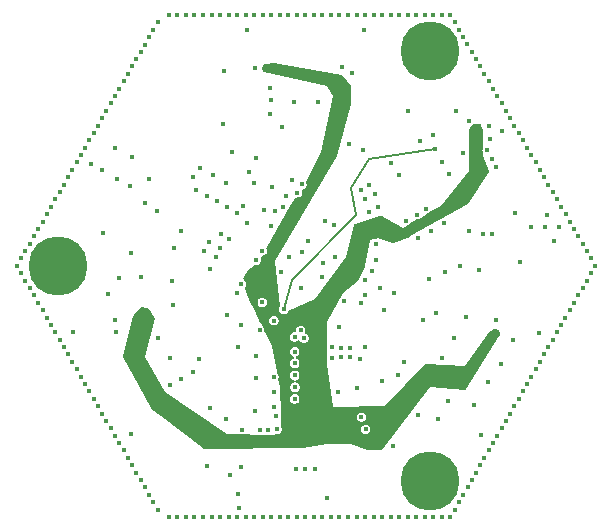
<source format=gbr>
%TF.GenerationSoftware,KiCad,Pcbnew,9.0.6-rc1*%
%TF.CreationDate,2025-10-31T17:35:14+01:00*%
%TF.ProjectId,PCB_BRUSHED,5043425f-4252-4555-9348-45442e6b6963,rev?*%
%TF.SameCoordinates,Original*%
%TF.FileFunction,Copper,L4,Inr*%
%TF.FilePolarity,Positive*%
%FSLAX46Y46*%
G04 Gerber Fmt 4.6, Leading zero omitted, Abs format (unit mm)*
G04 Created by KiCad (PCBNEW 9.0.6-rc1) date 2025-10-31 17:35:14*
%MOMM*%
%LPD*%
G01*
G04 APERTURE LIST*
%TA.AperFunction,ComponentPad*%
%ADD10C,0.800000*%
%TD*%
%TA.AperFunction,ComponentPad*%
%ADD11C,5.000000*%
%TD*%
%TA.AperFunction,ViaPad*%
%ADD12C,0.400000*%
%TD*%
%TA.AperFunction,Conductor*%
%ADD13C,0.160000*%
%TD*%
G04 APERTURE END LIST*
D10*
%TO.N,GND*%
%TO.C,TP1*%
X138625000Y-77813467D03*
X139174175Y-76487642D03*
X139174175Y-79139292D03*
X140500000Y-75938467D03*
D11*
X140500000Y-77813467D03*
D10*
X140500000Y-79688467D03*
X141825825Y-76487642D03*
X141825825Y-79139292D03*
X142375000Y-77813467D03*
%TD*%
%TO.N,GND*%
%TO.C,TP3*%
X138625000Y-114186533D03*
X139174175Y-112860708D03*
X139174175Y-115512358D03*
X140500000Y-112311533D03*
D11*
X140500000Y-114186533D03*
D10*
X140500000Y-116061533D03*
X141825825Y-112860708D03*
X141825825Y-115512358D03*
X142375000Y-114186533D03*
%TD*%
%TO.N,GND*%
%TO.C,TP2*%
X107125000Y-96000000D03*
X107674175Y-94674175D03*
X107674175Y-97325825D03*
X109000000Y-94125000D03*
D11*
X109000000Y-96000000D03*
D10*
X109000000Y-97875000D03*
X110325825Y-94674175D03*
X110325825Y-97325825D03*
X110875000Y-96000000D03*
%TD*%
D12*
%TO.N,GND*%
X140050000Y-74750000D03*
X119840000Y-74749192D03*
X121284000Y-74749192D03*
X129948000Y-74749192D03*
X119118000Y-74749192D03*
X128504000Y-74749192D03*
X118396000Y-74749192D03*
X134280000Y-74749192D03*
X129226000Y-74749192D03*
X138612000Y-74749192D03*
X122006000Y-74749192D03*
X141500000Y-74749192D03*
X127060000Y-74749192D03*
X124894000Y-74749192D03*
X142220000Y-74750000D03*
X130670000Y-74749192D03*
X137168000Y-74749192D03*
X123450000Y-74749192D03*
X125616000Y-74749192D03*
X132114000Y-74749192D03*
X140778000Y-74749192D03*
X124172000Y-74749192D03*
X139300000Y-74750000D03*
X122728000Y-74749192D03*
X132836000Y-74749192D03*
X126338000Y-74749192D03*
X127782000Y-74749192D03*
X136446000Y-74749192D03*
X133558000Y-74749192D03*
X131392000Y-74749192D03*
X137890000Y-74749192D03*
X135724000Y-74749192D03*
X135002000Y-74749192D03*
X120562000Y-74749192D03*
X140050000Y-117270000D03*
X119840000Y-117269192D03*
X121284000Y-117269192D03*
X129948000Y-117269192D03*
X119118000Y-117269192D03*
X128504000Y-117269192D03*
X118396000Y-117269192D03*
X134280000Y-117269192D03*
X129226000Y-117269192D03*
X138612000Y-117269192D03*
X122006000Y-117269192D03*
X141500000Y-117269192D03*
X127060000Y-117269192D03*
X124894000Y-117269192D03*
X142220000Y-117270000D03*
X130670000Y-117269192D03*
X137168000Y-117269192D03*
X123450000Y-117269192D03*
X125616000Y-117269192D03*
X132114000Y-117269192D03*
X140778000Y-117269192D03*
X124172000Y-117269192D03*
X139300000Y-117270000D03*
X122728000Y-117269192D03*
X132836000Y-117269192D03*
X126338000Y-117269192D03*
X127782000Y-117269192D03*
X136446000Y-117269192D03*
X133558000Y-117269192D03*
X131392000Y-117269192D03*
X137890000Y-117269192D03*
X135724000Y-117269192D03*
X135002000Y-117269192D03*
X120562000Y-117269192D03*
X105530000Y-96010000D03*
X111667000Y-85380404D03*
X105891000Y-95384729D03*
X113833000Y-81628782D03*
X106613000Y-94134189D03*
X106252000Y-94759459D03*
X110945000Y-86630945D03*
X116718700Y-76632219D03*
X107335000Y-92883648D03*
X109501000Y-89132026D03*
X108779000Y-90382567D03*
X113472000Y-82254052D03*
X112389000Y-84129863D03*
X116343700Y-77281738D03*
X115638000Y-78502430D03*
X112028000Y-84755134D03*
X114555000Y-80378241D03*
X112750000Y-83504593D03*
X111306000Y-86005674D03*
X108057000Y-91633107D03*
X115999000Y-77877160D03*
X115277000Y-79127701D03*
X107696000Y-92258378D03*
X113111000Y-82879323D03*
X110584000Y-87256215D03*
X114194000Y-81003512D03*
X106974000Y-93508918D03*
X110223000Y-87881485D03*
X117082000Y-76001349D03*
X108418000Y-91007837D03*
X109140000Y-89757296D03*
X117443000Y-75376079D03*
X114916000Y-79752971D03*
X109862000Y-88506756D03*
X109862000Y-103513244D03*
X114916000Y-112267029D03*
X117443000Y-116643921D03*
X109140000Y-102262704D03*
X108418000Y-101012163D03*
X117082000Y-116018651D03*
X110223000Y-104138515D03*
X106974000Y-98511082D03*
X114194000Y-111016488D03*
X110584000Y-104763785D03*
X113111000Y-109140677D03*
X107696000Y-99761622D03*
X115277000Y-112892299D03*
X115999000Y-114142840D03*
X108057000Y-100386893D03*
X111306000Y-106014326D03*
X112750000Y-108515407D03*
X114555000Y-111641759D03*
X112028000Y-107264866D03*
X115638000Y-113517570D03*
X116342300Y-114739070D03*
X112389000Y-107890137D03*
X113472000Y-109765948D03*
X108779000Y-101637433D03*
X109501000Y-102887974D03*
X107335000Y-99136352D03*
X116717300Y-115388589D03*
X110945000Y-105389055D03*
X106252000Y-97260541D03*
X106613000Y-97885811D03*
X113833000Y-110391218D03*
X105891000Y-96635271D03*
X111667000Y-106639596D03*
X153040000Y-93481206D03*
X142588700Y-75377407D03*
X145476700Y-80379569D03*
X149086700Y-86632273D03*
X147281700Y-83505921D03*
X144393700Y-78503758D03*
X149808700Y-87882813D03*
X148003700Y-84756462D03*
X145837700Y-81004840D03*
X152335700Y-92259706D03*
X151613700Y-91009165D03*
X150891700Y-89758624D03*
X151252700Y-90383895D03*
X154140700Y-95386057D03*
X151974700Y-91634435D03*
X144754700Y-79129029D03*
X146559700Y-82255380D03*
X152696700Y-92884976D03*
X144032700Y-77878488D03*
X142949700Y-76002677D03*
X146198700Y-81630110D03*
X145115700Y-79754299D03*
X143310700Y-76627947D03*
X143671700Y-77253218D03*
X153779700Y-94760787D03*
X148725700Y-86007002D03*
X147642700Y-84131191D03*
X149447700Y-87257543D03*
X146920700Y-82880651D03*
X150169700Y-88508084D03*
X148364700Y-85381732D03*
X150530700Y-89133354D03*
X153415000Y-94130725D03*
X152334000Y-99761622D03*
X146919000Y-109140677D03*
X154139000Y-96635271D03*
X151251000Y-101637433D03*
X147641000Y-107890137D03*
X143686300Y-114738262D03*
X149446000Y-104763785D03*
X153417000Y-97885811D03*
X153056000Y-98511082D03*
X149085000Y-105389055D03*
X142948000Y-116018651D03*
X146558000Y-109765948D03*
X147280000Y-108515407D03*
X149807000Y-104138515D03*
X148002000Y-107264866D03*
X143311300Y-115387781D03*
X151612000Y-101012163D03*
X148363000Y-106639596D03*
X146197000Y-110391218D03*
X150529000Y-102887974D03*
X150890000Y-102262704D03*
X144392000Y-113517570D03*
X150168000Y-103513244D03*
X151973000Y-100386893D03*
X145475000Y-111641759D03*
X144753000Y-112892299D03*
X144031000Y-114142840D03*
X145114000Y-112267029D03*
X152695000Y-99136352D03*
X142587000Y-116643921D03*
X145836000Y-111016488D03*
X153778000Y-97260541D03*
X148724000Y-106014326D03*
X134600000Y-103880000D03*
X134960000Y-102890000D03*
X134700000Y-108810000D03*
X125775000Y-86850000D03*
X124350000Y-116475000D03*
X124250000Y-115300000D03*
X127425000Y-108700000D03*
X124525000Y-113000000D03*
X123600000Y-113725000D03*
X145775000Y-93300000D03*
X150425000Y-91725000D03*
X143822095Y-93028750D03*
X135900000Y-94125000D03*
X126975000Y-83125000D03*
X127000000Y-82000000D03*
X126975000Y-80950000D03*
X120450000Y-105000000D03*
X118475000Y-106100000D03*
X125025000Y-92350000D03*
X128275000Y-90125000D03*
X124650000Y-90900000D03*
X120400000Y-88525000D03*
X125575000Y-89000000D03*
X145430000Y-105870000D03*
X134820000Y-86190000D03*
X145480000Y-84180000D03*
X130178372Y-93898968D03*
X114180000Y-97060000D03*
X111835552Y-87360641D03*
X136430000Y-105760000D03*
X121880000Y-108060000D03*
X134925000Y-76001115D03*
X110235865Y-101641108D03*
X125700000Y-79290000D03*
X117400000Y-91340000D03*
X144630000Y-96380000D03*
X116720000Y-88620000D03*
X136240000Y-97870000D03*
X123280000Y-100200000D03*
X115126448Y-89260641D03*
X138680000Y-82870000D03*
X119415654Y-93021161D03*
X127900000Y-96500000D03*
X113870000Y-86010000D03*
X113840000Y-100570000D03*
X124178150Y-91542276D03*
X143050000Y-96000000D03*
X143770000Y-83730000D03*
X128600000Y-95275000D03*
X150980000Y-93890000D03*
X137375000Y-111250000D03*
X139460000Y-108640000D03*
X148100000Y-95700000D03*
X130725000Y-113225000D03*
X129050000Y-103270000D03*
X138475000Y-92172724D03*
X140200000Y-91172724D03*
X116010000Y-96950000D03*
X113932147Y-101643255D03*
X139375000Y-91675000D03*
X123210000Y-108980000D03*
X129050000Y-107275000D03*
X146564448Y-84589359D03*
X115260000Y-86810000D03*
X118760000Y-99310000D03*
X137460000Y-98350000D03*
X127288000Y-107925000D03*
X129050000Y-105275000D03*
X132712000Y-106655000D03*
X114020000Y-88670000D03*
X127120000Y-89370000D03*
X129075000Y-106275000D03*
X140430000Y-97160000D03*
X129175000Y-113225000D03*
X141684198Y-92386161D03*
X127930000Y-84260000D03*
X122450000Y-90552276D03*
X123090000Y-79550000D03*
X138260000Y-104170000D03*
X124550000Y-109875000D03*
X113270000Y-98390000D03*
X132500000Y-95275000D03*
X134340000Y-106340000D03*
X133680000Y-85670000D03*
X129675000Y-94850000D03*
X126470000Y-91310000D03*
X137872346Y-88323839D03*
X131757500Y-115675000D03*
X124190000Y-98300000D03*
X136610000Y-99710000D03*
X141990000Y-107430000D03*
X121027802Y-87688839D03*
X120725000Y-89552276D03*
X133075000Y-79201115D03*
X137180000Y-87330000D03*
X149755808Y-101701524D03*
X125210000Y-88080000D03*
X135050000Y-109850000D03*
X144240000Y-107780000D03*
X129950000Y-113200000D03*
X139940000Y-100580000D03*
X124520000Y-101000000D03*
X112830000Y-93240000D03*
X125750000Y-105470000D03*
X119461500Y-105548076D03*
X141170000Y-109010000D03*
X142741281Y-82895194D03*
X141730000Y-96490000D03*
X118800000Y-94540000D03*
X116400000Y-90700000D03*
X140740000Y-84970000D03*
X128800000Y-88730000D03*
X147716281Y-91512147D03*
X112760000Y-87860000D03*
X129040000Y-102020000D03*
X123300000Y-91050000D03*
X124975000Y-76001115D03*
X118640000Y-97310000D03*
X133910000Y-79670000D03*
X131375000Y-96925000D03*
X115210865Y-110258060D03*
X143538500Y-100351924D03*
X121600000Y-90075000D03*
X115170000Y-94890000D03*
X124540000Y-97520000D03*
X129550000Y-97850000D03*
X122960000Y-83970000D03*
X120940000Y-103860000D03*
X137760000Y-105250000D03*
X126075000Y-101425000D03*
X121850000Y-96250000D03*
X147570000Y-102290000D03*
X141050000Y-99980000D03*
X146070000Y-100590000D03*
X131475000Y-95800000D03*
X129050000Y-104250000D03*
X146550000Y-104340000D03*
X125720000Y-108280000D03*
X127278750Y-100647095D03*
X124250000Y-102840000D03*
X144780808Y-110318476D03*
X125810000Y-103600000D03*
X143273552Y-86489359D03*
X139680000Y-85480000D03*
X123780000Y-86350000D03*
X145580000Y-85260000D03*
%TO.N,VBAT+*%
X133000000Y-102925000D03*
X133000000Y-103725000D03*
X121375000Y-94775000D03*
X123475000Y-93700000D03*
X133725000Y-103750000D03*
X121825000Y-94000000D03*
X132200000Y-103775000D03*
X126100000Y-109875000D03*
X135825000Y-89900000D03*
X127550000Y-109850000D03*
X134625000Y-89550000D03*
X122750000Y-94475000D03*
X126825000Y-109875000D03*
X136075000Y-91025000D03*
X132200000Y-102900000D03*
X133725000Y-102925000D03*
X122775000Y-93300000D03*
X122350000Y-95275000D03*
X135350000Y-89175000D03*
X134975000Y-90375000D03*
X135325000Y-91425000D03*
%TO.N,+3.3V*%
X146059526Y-101703671D03*
X132775000Y-109850000D03*
X129250000Y-90625000D03*
X132075000Y-110650000D03*
X132075000Y-109850000D03*
X133475000Y-109850000D03*
X125450000Y-97575000D03*
X125200000Y-96925000D03*
X117057147Y-107055913D03*
X134600000Y-96050000D03*
X140538500Y-105548076D03*
X133000000Y-82100000D03*
X132775000Y-110650000D03*
X133475000Y-110650000D03*
X144500000Y-84550000D03*
X126825000Y-79201115D03*
X116461500Y-100351924D03*
X133700000Y-96975000D03*
X129800000Y-90925000D03*
X136300000Y-111150000D03*
%TO.N,/ADC2_IN5*%
X133200000Y-99025000D03*
%TO.N,/NRST*%
X128125000Y-99675000D03*
X140895000Y-86097341D03*
%TO.N,/ADC_VBAT*%
X126300000Y-99100000D03*
X121642500Y-112925000D03*
%TO.N,/EXT_BTN_EXTI10*%
X144950000Y-93275000D03*
X127000000Y-92625000D03*
%TO.N,Net-(IC2-IN1)*%
X129272095Y-89821250D03*
X139484494Y-93656161D03*
%TO.N,Net-(IC2-IN2)*%
X140584346Y-93021161D03*
X129647095Y-89121250D03*
%TO.N,Net-(IC3-IN2)*%
X127288000Y-106655000D03*
X134627905Y-99128750D03*
%TO.N,Net-(IC3-IN1)*%
X127288000Y-105385000D03*
X135002905Y-98503750D03*
%TO.N,Net-(IC4-IN1)*%
X132775000Y-101200000D03*
X123227506Y-88958839D03*
%TO.N,Net-(IC4-IN2)*%
X122127654Y-88323839D03*
%TO.N,/MOT2_HALL_B{slash}TIM1CH2*%
X131000000Y-82100000D03*
X131650000Y-92175000D03*
%TO.N,/MOT2_HALL_A{slash}TIM1CH1*%
X129000000Y-82100000D03*
X132400000Y-92550000D03*
%TO.N,/MOT1_HALL_B{slash}TIM2CH2*%
X129825000Y-102125000D03*
X141538500Y-103816025D03*
%TO.N,/MOT1_HALL_A{slash}TIM2CH1*%
X142538500Y-102083975D03*
X129550000Y-101475000D03*
%TO.N,/SWDIO*%
X142145000Y-88262405D03*
X128075000Y-91000000D03*
%TO.N,/SWCLK*%
X127400000Y-91375000D03*
X141520000Y-87179873D03*
%TO.N,/MOT3_HALL_B{slash}TIM8CH2*%
X117461500Y-102083975D03*
X125775000Y-95550000D03*
%TO.N,/MOT3_HALL_A{slash}TIM8CH1*%
X118461500Y-103816025D03*
X126300000Y-94725000D03*
%TO.N,/USART3_TX*%
X135625000Y-96450000D03*
X150200000Y-92700000D03*
X145722804Y-86922804D03*
%TO.N,/USART3_RX*%
X149075000Y-92725000D03*
X135925000Y-95500000D03*
X146086553Y-87636553D03*
%TO.N,/UART_EXTI*%
X135025000Y-97225000D03*
X145343205Y-86218205D03*
X151450000Y-92725000D03*
%TO.N,GND*%
X154500000Y-96010000D03*
%TD*%
D13*
%TO.N,/NRST*%
X134275000Y-91725000D02*
X133850000Y-89425000D01*
X128125000Y-99675000D02*
X128850000Y-97200000D01*
X135350000Y-86925000D02*
X140895000Y-86097341D01*
X133850000Y-89425000D02*
X135350000Y-86925000D01*
X128850000Y-97200000D02*
X134275000Y-91725000D01*
%TD*%
%TA.AperFunction,Conductor*%
%TO.N,+3.3V*%
G36*
X127319145Y-78803630D02*
G01*
X131126160Y-79525651D01*
X133053980Y-79891272D01*
X133116178Y-79923103D01*
X133128755Y-79936971D01*
X133773880Y-80766417D01*
X133799500Y-80831420D01*
X133800000Y-80842546D01*
X133800000Y-82283392D01*
X133795631Y-82316019D01*
X132604297Y-86684244D01*
X132591766Y-86714111D01*
X127391506Y-95626181D01*
X127391506Y-95626182D01*
X127777557Y-99428938D01*
X127764744Y-99497623D01*
X127761580Y-99503458D01*
X127751795Y-99520407D01*
X127751792Y-99520413D01*
X127732652Y-99591848D01*
X127724500Y-99622273D01*
X127724500Y-99727727D01*
X127751793Y-99829587D01*
X127804520Y-99920913D01*
X127879087Y-99995480D01*
X127970413Y-100048207D01*
X128072273Y-100075500D01*
X128072275Y-100075500D01*
X128177725Y-100075500D01*
X128177727Y-100075500D01*
X128279587Y-100048207D01*
X128370913Y-99995480D01*
X128445480Y-99920913D01*
X128458491Y-99898376D01*
X128509055Y-99850160D01*
X128514146Y-99847683D01*
X130800000Y-98800000D01*
X133365756Y-95243331D01*
X134032998Y-92568162D01*
X134068321Y-92507881D01*
X134117206Y-92479545D01*
X136300076Y-91815193D01*
X136369941Y-91814507D01*
X136395765Y-91825077D01*
X136864849Y-92082109D01*
X138175000Y-92800000D01*
X138603071Y-92553035D01*
X138629587Y-92545931D01*
X138720913Y-92493204D01*
X138740185Y-92473931D01*
X139419353Y-92082104D01*
X139449201Y-92069745D01*
X139529587Y-92048207D01*
X139620913Y-91995480D01*
X139679468Y-91936924D01*
X139705168Y-91917210D01*
X140343629Y-91548866D01*
X140354587Y-91545931D01*
X140445913Y-91493204D01*
X140453823Y-91485293D01*
X141425000Y-90925000D01*
X143800000Y-88000000D01*
X143800000Y-84534345D01*
X143817671Y-84470548D01*
X144056507Y-84072489D01*
X144063878Y-84060202D01*
X144115249Y-84012844D01*
X144170207Y-84000000D01*
X144714068Y-84000000D01*
X144781107Y-84019685D01*
X144826862Y-84072489D01*
X144830173Y-84080461D01*
X144942105Y-84378946D01*
X144950000Y-84422485D01*
X144950000Y-86138252D01*
X144942705Y-86165478D01*
X144942705Y-86270932D01*
X144950000Y-86298157D01*
X144950000Y-86700002D01*
X145474560Y-87939869D01*
X145482552Y-88009280D01*
X145464819Y-88055000D01*
X143741870Y-90748624D01*
X143697631Y-90790203D01*
X138782201Y-93520998D01*
X138767322Y-93528016D01*
X137415747Y-94058992D01*
X137346152Y-94065184D01*
X137333238Y-94061877D01*
X136101986Y-93675000D01*
X136101984Y-93675000D01*
X136101983Y-93675000D01*
X135918194Y-93720818D01*
X135903424Y-93724500D01*
X135847273Y-93724500D01*
X135745413Y-93751793D01*
X135708540Y-93773081D01*
X135691625Y-93777298D01*
X135691624Y-93777299D01*
X135399999Y-93850000D01*
X135028093Y-96031850D01*
X135016765Y-96066468D01*
X134412734Y-97274530D01*
X134377429Y-97317361D01*
X133100001Y-98299998D01*
X133100000Y-98299999D01*
X131775000Y-100799999D01*
X131775000Y-104349998D01*
X132299999Y-107925000D01*
X132299999Y-107924999D01*
X132300000Y-107925000D01*
X136725000Y-107900000D01*
X140060260Y-104342388D01*
X140120472Y-104306945D01*
X140158004Y-104303412D01*
X141829002Y-104401706D01*
X143499999Y-104500000D01*
X143499999Y-104499999D01*
X143500000Y-104500000D01*
X145581979Y-101525743D01*
X145628107Y-101485946D01*
X145944546Y-101327727D01*
X146013311Y-101315352D01*
X146055454Y-101327727D01*
X146331454Y-101465727D01*
X146382613Y-101513314D01*
X146400000Y-101576636D01*
X146400000Y-101864175D01*
X146380895Y-101930304D01*
X143539409Y-106437488D01*
X143487005Y-106483701D01*
X143426266Y-106495084D01*
X140500000Y-106299999D01*
X140499999Y-106300000D01*
X136462224Y-111573880D01*
X136405841Y-111615144D01*
X136363767Y-111622500D01*
X135194318Y-111622500D01*
X135150173Y-111614376D01*
X133800000Y-111100000D01*
X133799999Y-111100000D01*
X131799999Y-111100000D01*
X129722134Y-111448354D01*
X129702369Y-111450059D01*
X121342736Y-111499745D01*
X121275581Y-111480459D01*
X121266180Y-111473866D01*
X117750591Y-108757275D01*
X116920583Y-108115905D01*
X116887545Y-108077166D01*
X115330331Y-105222273D01*
X114523408Y-103742914D01*
X114508587Y-103674634D01*
X114512174Y-103652655D01*
X114514604Y-103643207D01*
X115392819Y-100227923D01*
X115418763Y-100178109D01*
X115955702Y-99551680D01*
X116014274Y-99513592D01*
X116067382Y-99509626D01*
X116642937Y-99591848D01*
X116706517Y-99620815D01*
X116730551Y-99648881D01*
X117172352Y-100355764D01*
X117191190Y-100423046D01*
X117187709Y-100450698D01*
X116399999Y-103699998D01*
X118072728Y-106651874D01*
X118100000Y-106700000D01*
X123287320Y-110275000D01*
X127300000Y-110300000D01*
X127441420Y-110255002D01*
X127489145Y-110250764D01*
X127489145Y-110250500D01*
X127492128Y-110250500D01*
X127495202Y-110250227D01*
X127497271Y-110250499D01*
X127497273Y-110250500D01*
X127497275Y-110250500D01*
X127602725Y-110250500D01*
X127602727Y-110250500D01*
X127704587Y-110223207D01*
X127795913Y-110170480D01*
X127837377Y-110129015D01*
X127850000Y-110125000D01*
X127850296Y-110116096D01*
X127870480Y-110095913D01*
X127923207Y-110004587D01*
X127950500Y-109902727D01*
X127950500Y-109797273D01*
X134649500Y-109797273D01*
X134649500Y-109902727D01*
X134676793Y-110004587D01*
X134729520Y-110095913D01*
X134804087Y-110170480D01*
X134895413Y-110223207D01*
X134997273Y-110250500D01*
X134997275Y-110250500D01*
X135102725Y-110250500D01*
X135102727Y-110250500D01*
X135204587Y-110223207D01*
X135295913Y-110170480D01*
X135370480Y-110095913D01*
X135423207Y-110004587D01*
X135450500Y-109902727D01*
X135450500Y-109797273D01*
X135423207Y-109695413D01*
X135370480Y-109604087D01*
X135295913Y-109529520D01*
X135204587Y-109476793D01*
X135102727Y-109449500D01*
X134997273Y-109449500D01*
X134895413Y-109476793D01*
X134895410Y-109476794D01*
X134804085Y-109529521D01*
X134729521Y-109604085D01*
X134676794Y-109695410D01*
X134676793Y-109695413D01*
X134649500Y-109797273D01*
X127950500Y-109797273D01*
X127923207Y-109695413D01*
X127879987Y-109620555D01*
X127876336Y-109610675D01*
X127874763Y-109587734D01*
X127868714Y-109563557D01*
X127886017Y-109044480D01*
X127895591Y-108757273D01*
X134299500Y-108757273D01*
X134299500Y-108862727D01*
X134326793Y-108964587D01*
X134379520Y-109055913D01*
X134454087Y-109130480D01*
X134545413Y-109183207D01*
X134647273Y-109210500D01*
X134647275Y-109210500D01*
X134752725Y-109210500D01*
X134752727Y-109210500D01*
X134854587Y-109183207D01*
X134945913Y-109130480D01*
X135020480Y-109055913D01*
X135073207Y-108964587D01*
X135100500Y-108862727D01*
X135100500Y-108757273D01*
X135073207Y-108655413D01*
X135020480Y-108564087D01*
X134945913Y-108489520D01*
X134854587Y-108436793D01*
X134752727Y-108409500D01*
X134647273Y-108409500D01*
X134545413Y-108436793D01*
X134545410Y-108436794D01*
X134454085Y-108489521D01*
X134379521Y-108564085D01*
X134326794Y-108655410D01*
X134326793Y-108655413D01*
X134299500Y-108757273D01*
X127895591Y-108757273D01*
X127896000Y-108745015D01*
X127900000Y-108625002D01*
X127896794Y-108564085D01*
X127775000Y-106250000D01*
X127650665Y-105619095D01*
X127657016Y-105549518D01*
X127658174Y-105547125D01*
X127658097Y-105547094D01*
X127661203Y-105539593D01*
X127661207Y-105539587D01*
X127688500Y-105437727D01*
X127688500Y-105332273D01*
X127661207Y-105230413D01*
X127656507Y-105222273D01*
X128649500Y-105222273D01*
X128649500Y-105327727D01*
X128676793Y-105429587D01*
X128729520Y-105520913D01*
X128804087Y-105595480D01*
X128895413Y-105648207D01*
X128934107Y-105658575D01*
X128993766Y-105694938D01*
X129024296Y-105757785D01*
X129016002Y-105827161D01*
X128971517Y-105881039D01*
X128934108Y-105898123D01*
X128920417Y-105901791D01*
X128920410Y-105901794D01*
X128829085Y-105954521D01*
X128754521Y-106029085D01*
X128701794Y-106120410D01*
X128701793Y-106120413D01*
X128674500Y-106222273D01*
X128674500Y-106327727D01*
X128701793Y-106429587D01*
X128754520Y-106520913D01*
X128829087Y-106595480D01*
X128920413Y-106648207D01*
X128934106Y-106651876D01*
X128993764Y-106688237D01*
X129024296Y-106751083D01*
X129016003Y-106820459D01*
X128971519Y-106874338D01*
X128934108Y-106891424D01*
X128895417Y-106901791D01*
X128895410Y-106901794D01*
X128804085Y-106954521D01*
X128729521Y-107029085D01*
X128676794Y-107120410D01*
X128676793Y-107120413D01*
X128649500Y-107222273D01*
X128649500Y-107327727D01*
X128676793Y-107429587D01*
X128729520Y-107520913D01*
X128804087Y-107595480D01*
X128895413Y-107648207D01*
X128997273Y-107675500D01*
X128997275Y-107675500D01*
X129102725Y-107675500D01*
X129102727Y-107675500D01*
X129204587Y-107648207D01*
X129295913Y-107595480D01*
X129370480Y-107520913D01*
X129423207Y-107429587D01*
X129450500Y-107327727D01*
X129450500Y-107222273D01*
X129423207Y-107120413D01*
X129370480Y-107029087D01*
X129295913Y-106954520D01*
X129204589Y-106901794D01*
X129204588Y-106901793D01*
X129199949Y-106900550D01*
X129190890Y-106898123D01*
X129131232Y-106861759D01*
X129100703Y-106798912D01*
X129108998Y-106729536D01*
X129153483Y-106675658D01*
X129190890Y-106658575D01*
X129229587Y-106648207D01*
X129320913Y-106595480D01*
X129395480Y-106520913D01*
X129448207Y-106429587D01*
X129475500Y-106327727D01*
X129475500Y-106222273D01*
X129448207Y-106120413D01*
X129395480Y-106029087D01*
X129320913Y-105954520D01*
X129229589Y-105901794D01*
X129229588Y-105901793D01*
X129206349Y-105895566D01*
X129190891Y-105891424D01*
X129131232Y-105855059D01*
X129100703Y-105792212D01*
X129108998Y-105722837D01*
X129153484Y-105668959D01*
X129190890Y-105651876D01*
X129204587Y-105648207D01*
X129295913Y-105595480D01*
X129370480Y-105520913D01*
X129423207Y-105429587D01*
X129450500Y-105327727D01*
X129450500Y-105222273D01*
X129423207Y-105120413D01*
X129370480Y-105029087D01*
X129295913Y-104954520D01*
X129204587Y-104901793D01*
X129102727Y-104874500D01*
X128997273Y-104874500D01*
X128895413Y-104901793D01*
X128895410Y-104901794D01*
X128804085Y-104954521D01*
X128729521Y-105029085D01*
X128676794Y-105120410D01*
X128676793Y-105120413D01*
X128649500Y-105222273D01*
X127656507Y-105222273D01*
X127608480Y-105139087D01*
X127569886Y-105100493D01*
X127536401Y-105039170D01*
X127535925Y-105036876D01*
X127177330Y-103217273D01*
X128649500Y-103217273D01*
X128649500Y-103322727D01*
X128676793Y-103424587D01*
X128729520Y-103515913D01*
X128804087Y-103590480D01*
X128895413Y-103643207D01*
X128895415Y-103643207D01*
X128900801Y-103645439D01*
X128955205Y-103689279D01*
X128977270Y-103755573D01*
X128959991Y-103823273D01*
X128908854Y-103870884D01*
X128900801Y-103874561D01*
X128895414Y-103876792D01*
X128804085Y-103929521D01*
X128729521Y-104004085D01*
X128676794Y-104095410D01*
X128676793Y-104095413D01*
X128649500Y-104197273D01*
X128649500Y-104302727D01*
X128676793Y-104404587D01*
X128729520Y-104495913D01*
X128804087Y-104570480D01*
X128895413Y-104623207D01*
X128997273Y-104650500D01*
X129102727Y-104650500D01*
X129204587Y-104623207D01*
X129295913Y-104570480D01*
X129370480Y-104495913D01*
X129423207Y-104404587D01*
X129450500Y-104302727D01*
X129450500Y-104197273D01*
X129423207Y-104095413D01*
X129370480Y-104004087D01*
X129295913Y-103929520D01*
X129243188Y-103899079D01*
X129204591Y-103876795D01*
X129204589Y-103876794D01*
X129204587Y-103876793D01*
X129204584Y-103876792D01*
X129199201Y-103874563D01*
X129144796Y-103830724D01*
X129122729Y-103764430D01*
X129140006Y-103696730D01*
X129191142Y-103649118D01*
X129199201Y-103645437D01*
X129204577Y-103643209D01*
X129204587Y-103643207D01*
X129295913Y-103590480D01*
X129370480Y-103515913D01*
X129423207Y-103424587D01*
X129450500Y-103322727D01*
X129450500Y-103217273D01*
X129423207Y-103115413D01*
X129370480Y-103024087D01*
X129295913Y-102949520D01*
X129204587Y-102896793D01*
X129102727Y-102869500D01*
X128997273Y-102869500D01*
X128895413Y-102896793D01*
X128895410Y-102896794D01*
X128804085Y-102949521D01*
X128729521Y-103024085D01*
X128676794Y-103115410D01*
X128676793Y-103115413D01*
X128649500Y-103217273D01*
X127177330Y-103217273D01*
X127114172Y-102896794D01*
X127095097Y-102800003D01*
X127095096Y-102800000D01*
X126695006Y-101967273D01*
X128639500Y-101967273D01*
X128639500Y-102072727D01*
X128666793Y-102174587D01*
X128719520Y-102265913D01*
X128794087Y-102340480D01*
X128885413Y-102393207D01*
X128987273Y-102420500D01*
X128987275Y-102420500D01*
X129092725Y-102420500D01*
X129092727Y-102420500D01*
X129194587Y-102393207D01*
X129285913Y-102340480D01*
X129299098Y-102327294D01*
X129360417Y-102293810D01*
X129430108Y-102298793D01*
X129486043Y-102340663D01*
X129494155Y-102352960D01*
X129504520Y-102370913D01*
X129579087Y-102445480D01*
X129670413Y-102498207D01*
X129772273Y-102525500D01*
X129772275Y-102525500D01*
X129877725Y-102525500D01*
X129877727Y-102525500D01*
X129979587Y-102498207D01*
X130070913Y-102445480D01*
X130145480Y-102370913D01*
X130198207Y-102279587D01*
X130225500Y-102177727D01*
X130225500Y-102072273D01*
X130198207Y-101970413D01*
X130145480Y-101879087D01*
X130070913Y-101804520D01*
X129984801Y-101754803D01*
X129936587Y-101704236D01*
X129923365Y-101635629D01*
X129927025Y-101615334D01*
X129950500Y-101527727D01*
X129950500Y-101422273D01*
X129923207Y-101320413D01*
X129870480Y-101229087D01*
X129795913Y-101154520D01*
X129709314Y-101104522D01*
X129704589Y-101101794D01*
X129704588Y-101101793D01*
X129704587Y-101101793D01*
X129602727Y-101074500D01*
X129497273Y-101074500D01*
X129395413Y-101101793D01*
X129395410Y-101101794D01*
X129304085Y-101154521D01*
X129229521Y-101229085D01*
X129176794Y-101320410D01*
X129176793Y-101320413D01*
X129149500Y-101422273D01*
X129149500Y-101495500D01*
X129129815Y-101562539D01*
X129077011Y-101608294D01*
X129025500Y-101619500D01*
X128987273Y-101619500D01*
X128885413Y-101646793D01*
X128885410Y-101646794D01*
X128794085Y-101699521D01*
X128719521Y-101774085D01*
X128666794Y-101865410D01*
X128666793Y-101865413D01*
X128639500Y-101967273D01*
X126695006Y-101967273D01*
X126527916Y-101619500D01*
X126487731Y-101535860D01*
X126475500Y-101482160D01*
X126475500Y-101372275D01*
X126475500Y-101372273D01*
X126448207Y-101270413D01*
X126395480Y-101179087D01*
X126320913Y-101104520D01*
X126298149Y-101091377D01*
X126249935Y-101040810D01*
X126248382Y-101037691D01*
X126057280Y-100639941D01*
X126035384Y-100594368D01*
X126878250Y-100594368D01*
X126878250Y-100699822D01*
X126905543Y-100801682D01*
X126958270Y-100893008D01*
X127032837Y-100967575D01*
X127124163Y-101020302D01*
X127226023Y-101047595D01*
X127226025Y-101047595D01*
X127331475Y-101047595D01*
X127331477Y-101047595D01*
X127433337Y-101020302D01*
X127524663Y-100967575D01*
X127599230Y-100893008D01*
X127651957Y-100801682D01*
X127679250Y-100699822D01*
X127679250Y-100594368D01*
X127651957Y-100492508D01*
X127599230Y-100401182D01*
X127524663Y-100326615D01*
X127433337Y-100273888D01*
X127331477Y-100246595D01*
X127226023Y-100246595D01*
X127124163Y-100273888D01*
X127124160Y-100273889D01*
X127032835Y-100326616D01*
X126958271Y-100401180D01*
X126905544Y-100492505D01*
X126905543Y-100492508D01*
X126878250Y-100594368D01*
X126035384Y-100594368D01*
X125519392Y-99520407D01*
X125292071Y-99047273D01*
X125899500Y-99047273D01*
X125899500Y-99152727D01*
X125926793Y-99254587D01*
X125979520Y-99345913D01*
X126054087Y-99420480D01*
X126145413Y-99473207D01*
X126247273Y-99500500D01*
X126247275Y-99500500D01*
X126352725Y-99500500D01*
X126352727Y-99500500D01*
X126454587Y-99473207D01*
X126545913Y-99420480D01*
X126620480Y-99345913D01*
X126673207Y-99254587D01*
X126700500Y-99152727D01*
X126700500Y-99047273D01*
X126673207Y-98945413D01*
X126620480Y-98854087D01*
X126545913Y-98779520D01*
X126454587Y-98726793D01*
X126352727Y-98699500D01*
X126247273Y-98699500D01*
X126145413Y-98726793D01*
X126145410Y-98726794D01*
X126054085Y-98779521D01*
X125979521Y-98854085D01*
X125926794Y-98945410D01*
X125926793Y-98945413D01*
X125899500Y-99047273D01*
X125292071Y-99047273D01*
X124892968Y-98216600D01*
X124882186Y-98181794D01*
X124833238Y-97864282D01*
X124842478Y-97795030D01*
X124857420Y-97769899D01*
X124860472Y-97765920D01*
X124860480Y-97765913D01*
X124913207Y-97674587D01*
X124940500Y-97572727D01*
X124940500Y-97467273D01*
X124913207Y-97365413D01*
X124860480Y-97274087D01*
X124785913Y-97199520D01*
X124785912Y-97199519D01*
X124785909Y-97199517D01*
X124776859Y-97194292D01*
X124775199Y-97192551D01*
X124772884Y-97191897D01*
X124751211Y-97167393D01*
X124728644Y-97143724D01*
X124727693Y-97140802D01*
X124726595Y-97139560D01*
X124716310Y-97105804D01*
X124706825Y-97044273D01*
X124716066Y-96975019D01*
X124723048Y-96961586D01*
X124988084Y-96519858D01*
X125018276Y-96485784D01*
X125672918Y-95976619D01*
X125737919Y-95951000D01*
X125749045Y-95950500D01*
X125827725Y-95950500D01*
X125827727Y-95950500D01*
X125929587Y-95923207D01*
X126020913Y-95870480D01*
X126095480Y-95795913D01*
X126148207Y-95704587D01*
X126175500Y-95602727D01*
X126175500Y-95497273D01*
X126156110Y-95424908D01*
X126156834Y-95394461D01*
X126155270Y-95364044D01*
X126157705Y-95357891D01*
X126157773Y-95355063D01*
X126168254Y-95331245D01*
X126250282Y-95187907D01*
X126300665Y-95139502D01*
X126344944Y-95128670D01*
X126344667Y-95126561D01*
X126352718Y-95125500D01*
X126352727Y-95125500D01*
X126454587Y-95098207D01*
X126545913Y-95045480D01*
X126620480Y-94970913D01*
X126673207Y-94879587D01*
X126700500Y-94777727D01*
X126700500Y-94672273D01*
X126673207Y-94570413D01*
X126673203Y-94570406D01*
X126670096Y-94562903D01*
X126671640Y-94562263D01*
X126657443Y-94503741D01*
X126673680Y-94448051D01*
X128674614Y-90951568D01*
X128675403Y-90950211D01*
X128991023Y-90415216D01*
X129012867Y-90387898D01*
X129153741Y-90255417D01*
X129216060Y-90223832D01*
X129238687Y-90221750D01*
X129324820Y-90221750D01*
X129324822Y-90221750D01*
X129426682Y-90194457D01*
X129518008Y-90141730D01*
X129592575Y-90067163D01*
X129645302Y-89975837D01*
X129672595Y-89873977D01*
X129672595Y-89768523D01*
X129659912Y-89721188D01*
X129660562Y-89693876D01*
X129657726Y-89666702D01*
X129661474Y-89655555D01*
X129661575Y-89651340D01*
X129668969Y-89633265D01*
X129704195Y-89563435D01*
X129751959Y-89512451D01*
X129782807Y-89499514D01*
X129801682Y-89494457D01*
X129893008Y-89441730D01*
X129967575Y-89367163D01*
X130020302Y-89275837D01*
X130047595Y-89173977D01*
X130047595Y-89068523D01*
X130027321Y-88992858D01*
X130028984Y-88923009D01*
X130036377Y-88904936D01*
X131300000Y-86400000D01*
X132300000Y-81600000D01*
X131800000Y-80800000D01*
X131799998Y-80799999D01*
X126474811Y-79616624D01*
X126413638Y-79582865D01*
X126381413Y-79525653D01*
X126313303Y-79253212D01*
X126314665Y-79219709D01*
X126315228Y-79186212D01*
X126316101Y-79184381D01*
X126316141Y-79183403D01*
X126330424Y-79154363D01*
X126468521Y-78947217D01*
X126522085Y-78902358D01*
X126556308Y-78892961D01*
X127280663Y-78802417D01*
X127319145Y-78803630D01*
G37*
%TD.AperFunction*%
%TD*%
M02*

</source>
